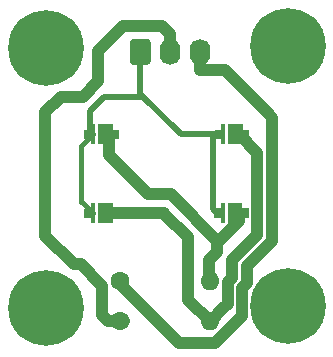
<source format=gtl>
%TF.GenerationSoftware,KiCad,Pcbnew,(5.1.9)-1*%
%TF.CreationDate,2021-09-01T20:21:50+01:00*%
%TF.ProjectId,TSAL LED breakout,5453414c-204c-4454-9420-627265616b6f,rev?*%
%TF.SameCoordinates,Original*%
%TF.FileFunction,Copper,L1,Top*%
%TF.FilePolarity,Positive*%
%FSLAX46Y46*%
G04 Gerber Fmt 4.6, Leading zero omitted, Abs format (unit mm)*
G04 Created by KiCad (PCBNEW (5.1.9)-1) date 2021-09-01 20:21:50*
%MOMM*%
%LPD*%
G01*
G04 APERTURE LIST*
%TA.AperFunction,ComponentPad*%
%ADD10O,1.600000X1.600000*%
%TD*%
%TA.AperFunction,ComponentPad*%
%ADD11C,1.600000*%
%TD*%
%TA.AperFunction,SMDPad,CuDef*%
%ADD12C,0.100000*%
%TD*%
%TA.AperFunction,ComponentPad*%
%ADD13O,1.740000X2.190000*%
%TD*%
%TA.AperFunction,ComponentPad*%
%ADD14C,0.800000*%
%TD*%
%TA.AperFunction,ComponentPad*%
%ADD15C,6.400000*%
%TD*%
%TA.AperFunction,Conductor*%
%ADD16C,1.000000*%
%TD*%
%TA.AperFunction,Conductor*%
%ADD17C,0.500000*%
%TD*%
%TA.AperFunction,Conductor*%
%ADD18C,0.250000*%
%TD*%
%TA.AperFunction,Conductor*%
%ADD19C,0.400000*%
%TD*%
G04 APERTURE END LIST*
D10*
%TO.P,R2,2*%
%TO.N,Net-(D5-Pad1)*%
X133120000Y-65400000D03*
D11*
%TO.P,R2,1*%
%TO.N,Path_Green*%
X125500000Y-65400000D03*
%TD*%
%TA.AperFunction,SMDPad,CuDef*%
D12*
%TO.P,D5,2*%
%TO.N,+3V3*%
G36*
X123095000Y-52575000D02*
G01*
X123095000Y-52125000D01*
X123425000Y-52125000D01*
X123425000Y-53825000D01*
X123095000Y-53825000D01*
X123095000Y-53375000D01*
X122525000Y-53375000D01*
X122525000Y-52575000D01*
X123095000Y-52575000D01*
G37*
%TD.AperFunction*%
%TA.AperFunction,SMDPad,CuDef*%
%TO.P,D5,1*%
%TO.N,Net-(D5-Pad1)*%
G36*
X124905000Y-52125000D02*
G01*
X124905000Y-52575000D01*
X125475000Y-52575000D01*
X125475000Y-53375000D01*
X124905000Y-53375000D01*
X124905000Y-53825000D01*
X123675000Y-53825000D01*
X123675000Y-52125000D01*
X124905000Y-52125000D01*
G37*
%TD.AperFunction*%
%TD*%
%TA.AperFunction,SMDPad,CuDef*%
%TO.P,D6,2*%
%TO.N,+3V3*%
G36*
X134095200Y-59239200D02*
G01*
X134095200Y-58789200D01*
X134425200Y-58789200D01*
X134425200Y-60489200D01*
X134095200Y-60489200D01*
X134095200Y-60039200D01*
X133525200Y-60039200D01*
X133525200Y-59239200D01*
X134095200Y-59239200D01*
G37*
%TD.AperFunction*%
%TA.AperFunction,SMDPad,CuDef*%
%TO.P,D6,1*%
%TO.N,Net-(D5-Pad1)*%
G36*
X135905200Y-58789200D02*
G01*
X135905200Y-59239200D01*
X136475200Y-59239200D01*
X136475200Y-60039200D01*
X135905200Y-60039200D01*
X135905200Y-60489200D01*
X134675200Y-60489200D01*
X134675200Y-58789200D01*
X135905200Y-58789200D01*
G37*
%TD.AperFunction*%
%TD*%
%TA.AperFunction,SMDPad,CuDef*%
%TO.P,D2,2*%
%TO.N,+3V3*%
G36*
X134120600Y-52584800D02*
G01*
X134120600Y-52134800D01*
X134450600Y-52134800D01*
X134450600Y-53834800D01*
X134120600Y-53834800D01*
X134120600Y-53384800D01*
X133550600Y-53384800D01*
X133550600Y-52584800D01*
X134120600Y-52584800D01*
G37*
%TD.AperFunction*%
%TA.AperFunction,SMDPad,CuDef*%
%TO.P,D2,1*%
%TO.N,Net-(D1-Pad1)*%
G36*
X135930600Y-52134800D02*
G01*
X135930600Y-52584800D01*
X136500600Y-52584800D01*
X136500600Y-53384800D01*
X135930600Y-53384800D01*
X135930600Y-53834800D01*
X134700600Y-53834800D01*
X134700600Y-52134800D01*
X135930600Y-52134800D01*
G37*
%TD.AperFunction*%
%TD*%
%TA.AperFunction,SMDPad,CuDef*%
%TO.P,D1,2*%
%TO.N,+3V3*%
G36*
X123097000Y-59265000D02*
G01*
X123097000Y-58815000D01*
X123427000Y-58815000D01*
X123427000Y-60515000D01*
X123097000Y-60515000D01*
X123097000Y-60065000D01*
X122527000Y-60065000D01*
X122527000Y-59265000D01*
X123097000Y-59265000D01*
G37*
%TD.AperFunction*%
%TA.AperFunction,SMDPad,CuDef*%
%TO.P,D1,1*%
%TO.N,Net-(D1-Pad1)*%
G36*
X124907000Y-58815000D02*
G01*
X124907000Y-59265000D01*
X125477000Y-59265000D01*
X125477000Y-60065000D01*
X124907000Y-60065000D01*
X124907000Y-60515000D01*
X123677000Y-60515000D01*
X123677000Y-58815000D01*
X124907000Y-58815000D01*
G37*
%TD.AperFunction*%
%TD*%
D13*
%TO.P,J1,3*%
%TO.N,Path_Green*%
X132330000Y-46000000D03*
%TO.P,J1,2*%
%TO.N,Path_Red*%
X129790000Y-46000000D03*
%TO.P,J1,1*%
%TO.N,+3V3*%
%TA.AperFunction,ComponentPad*%
G36*
G01*
X126380000Y-46845001D02*
X126380000Y-45154999D01*
G75*
G02*
X126629999Y-44905000I249999J0D01*
G01*
X127870001Y-44905000D01*
G75*
G02*
X128120000Y-45154999I0J-249999D01*
G01*
X128120000Y-46845001D01*
G75*
G02*
X127870001Y-47095000I-249999J0D01*
G01*
X126629999Y-47095000D01*
G75*
G02*
X126380000Y-46845001I0J249999D01*
G01*
G37*
%TD.AperFunction*%
%TD*%
D14*
%TO.P,H2,1*%
%TO.N,Net-(H2-Pad1)*%
X141447056Y-65802944D03*
X139750000Y-65100000D03*
X138052944Y-65802944D03*
X137350000Y-67500000D03*
X138052944Y-69197056D03*
X139750000Y-69900000D03*
X141447056Y-69197056D03*
X142150000Y-67500000D03*
D15*
X139750000Y-67500000D03*
%TD*%
%TO.P,H1,1*%
%TO.N,Net-(H1-Pad1)*%
X139750000Y-45500000D03*
D14*
X142150000Y-45500000D03*
X141447056Y-47197056D03*
X139750000Y-47900000D03*
X138052944Y-47197056D03*
X137350000Y-45500000D03*
X138052944Y-43802944D03*
X139750000Y-43100000D03*
X141447056Y-43802944D03*
%TD*%
D15*
%TO.P,H3,1*%
%TO.N,Net-(H3-Pad1)*%
X119250000Y-67697000D03*
D14*
X121650000Y-67697000D03*
X120947056Y-69394056D03*
X119250000Y-70097000D03*
X117552944Y-69394056D03*
X116850000Y-67697000D03*
X117552944Y-65999944D03*
X119250000Y-65297000D03*
X120947056Y-65999944D03*
%TD*%
%TO.P,H4,1*%
%TO.N,Net-(H4-Pad1)*%
X120947056Y-44000000D03*
X119250000Y-43297056D03*
X117552944Y-44000000D03*
X116850000Y-45697056D03*
X117552944Y-47394112D03*
X119250000Y-48097056D03*
X120947056Y-47394112D03*
X121650000Y-45697056D03*
D15*
X119250000Y-45697056D03*
%TD*%
D11*
%TO.P,R1,1*%
%TO.N,Path_Red*%
X125500000Y-68800000D03*
D10*
%TO.P,R1,2*%
%TO.N,Net-(D1-Pad1)*%
X133120000Y-68800000D03*
%TD*%
D16*
%TO.N,Net-(D1-Pad1)*%
X131300000Y-66980000D02*
X133120000Y-68800000D01*
X131300000Y-61700000D02*
X131300000Y-66980000D01*
X129288000Y-59688000D02*
X131300000Y-61700000D01*
D17*
X129275000Y-59675000D02*
X129288000Y-59688000D01*
D16*
X129275000Y-59675000D02*
X124445000Y-59675000D01*
X137175210Y-61533720D02*
X135050002Y-63658928D01*
X137175210Y-54559410D02*
X137175210Y-61533720D01*
X135600600Y-52984800D02*
X137175210Y-54559410D01*
X135050002Y-65105705D02*
X134645400Y-65510307D01*
X135050002Y-63658928D02*
X135050002Y-65105705D01*
X134264400Y-67716400D02*
X133223000Y-68757800D01*
X134645400Y-67335400D02*
X134264400Y-67716400D01*
X134645400Y-65510307D02*
X134645400Y-67335400D01*
D17*
%TO.N,+3V3*%
X133426600Y-52984800D02*
X133426600Y-59284000D01*
D18*
X134250600Y-52984800D02*
X133426600Y-52984800D01*
D17*
X133426600Y-59284000D02*
X133832600Y-59690000D01*
X133426600Y-52984800D02*
X133756000Y-52984800D01*
X124184600Y-49780000D02*
X122961400Y-51003200D01*
X122961400Y-51003200D02*
X122961400Y-52755800D01*
X127250000Y-49780000D02*
X124184600Y-49780000D01*
X127250000Y-49780000D02*
X127250000Y-46097000D01*
X133426600Y-52984800D02*
X130684800Y-52984800D01*
X130684800Y-52984800D02*
X127250000Y-49550000D01*
D19*
X122199400Y-54000600D02*
X122199400Y-57607200D01*
X122301000Y-58750200D02*
X123215400Y-59664600D01*
X122199400Y-57607200D02*
X122199400Y-58750200D01*
X122199400Y-58750200D02*
X122301000Y-58750200D01*
X123225000Y-52975000D02*
X122199400Y-54000600D01*
D16*
%TO.N,Net-(D5-Pad1)*%
X124575000Y-52975000D02*
X124575000Y-54725000D01*
D18*
X133223000Y-65354200D02*
X133172200Y-65405000D01*
X133870700Y-62064900D02*
X133731000Y-62204600D01*
D16*
X127914400Y-58064400D02*
X129870200Y-58064400D01*
X129870200Y-58064400D02*
X133870700Y-62064900D01*
X124575000Y-54725000D02*
X127914400Y-58064400D01*
X135575200Y-60360400D02*
X133870700Y-62064900D01*
X135575200Y-59639200D02*
X135575200Y-60360400D01*
X133731000Y-62204600D02*
X133731000Y-62966600D01*
X133731000Y-62966600D02*
X133096000Y-63601600D01*
X133096000Y-63601600D02*
X133096000Y-65328800D01*
%TO.N,Path_Red*%
X129790000Y-46000000D02*
X129790000Y-44490000D01*
X129790000Y-44490000D02*
X129100000Y-43800000D01*
X129100000Y-43800000D02*
X125800000Y-43800000D01*
X125800000Y-43800000D02*
X123700000Y-45900000D01*
X123700000Y-45900000D02*
X123700000Y-48500000D01*
X122400011Y-49799989D02*
X120500011Y-49799989D01*
X123700000Y-48500000D02*
X122400011Y-49799989D01*
X120500011Y-49799989D02*
X119200000Y-51100000D01*
X119200000Y-51100000D02*
X119200000Y-61600000D01*
X119200000Y-61600000D02*
X121600000Y-64000000D01*
X121600000Y-64000000D02*
X122200000Y-64000000D01*
X122200000Y-64000000D02*
X124000000Y-65800000D01*
X124000000Y-65800000D02*
X124000000Y-68300000D01*
X124500000Y-68800000D02*
X125900000Y-68800000D01*
X124000000Y-68300000D02*
X124500000Y-68800000D01*
%TO.N,Path_Green*%
X132330000Y-46000000D02*
X132330000Y-47494000D01*
X132330000Y-47494000D02*
X134404002Y-47494000D01*
X138050001Y-51139999D02*
X138050001Y-51182001D01*
X134404002Y-47494000D02*
X138050001Y-51139999D01*
X138050001Y-51182001D02*
X138430000Y-51562000D01*
X138430000Y-61976000D02*
X136250011Y-64155989D01*
X138430000Y-51562000D02*
X138430000Y-61976000D01*
X135875020Y-68340980D02*
X133604000Y-70612000D01*
X133604000Y-70612000D02*
X130556000Y-70612000D01*
X130556000Y-70612000D02*
X130302000Y-70358000D01*
X130556000Y-70612000D02*
X125730000Y-65786000D01*
X125730000Y-65786000D02*
X125476000Y-65532000D01*
X125476000Y-65532000D02*
X125476000Y-65278000D01*
D17*
X136250011Y-64155989D02*
X136250011Y-64225213D01*
X135875020Y-65800980D02*
X135875020Y-65624204D01*
D16*
X136250011Y-65602766D02*
X136051797Y-65800980D01*
X136250011Y-64155989D02*
X136250011Y-65602766D01*
X135845410Y-68311370D02*
X135875020Y-68340980D01*
X135845410Y-66008390D02*
X135845410Y-68311370D01*
X136250011Y-65603789D02*
X135845410Y-66008390D01*
X136250011Y-65602766D02*
X136250011Y-65603789D01*
%TD*%
M02*

</source>
